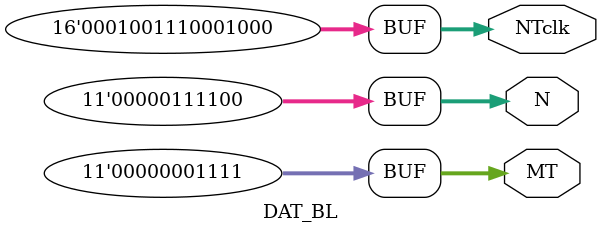
<source format=v>
module DAT_BL(output wire [15:0]NTclk,
							output wire [10:0]N,
							output wire [10:0]MT);

	assign NTclk = 16'd5000;
	assign N     = 11'd60;
	assign MT    = 11'd15;

endmodule

</source>
